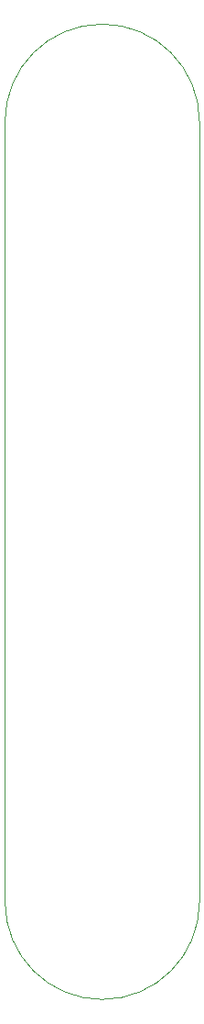
<source format=gbr>
%TF.GenerationSoftware,Altium Limited,Altium Designer,24.2.2 (26)*%
G04 Layer_Color=0*
%FSLAX45Y45*%
%MOMM*%
%TF.SameCoordinates,505FE19A-96A0-4540-A324-069B6CBC3D10*%
%TF.FilePolarity,Positive*%
%TF.FileFunction,Profile,NP*%
%TF.Part,Single*%
G01*
G75*
%TA.AperFunction,Profile*%
%ADD100C,0.02540*%
D100*
X3000000Y2850000D02*
Y10050000D01*
D02*
G02*
X4800000Y10050000I900000J0D01*
G01*
Y2850000D01*
D02*
G02*
X3000000Y2850000I-900000J0D01*
G01*
%TF.MD5,781a0c6506873c423bf2528893ccfa23*%
M02*

</source>
